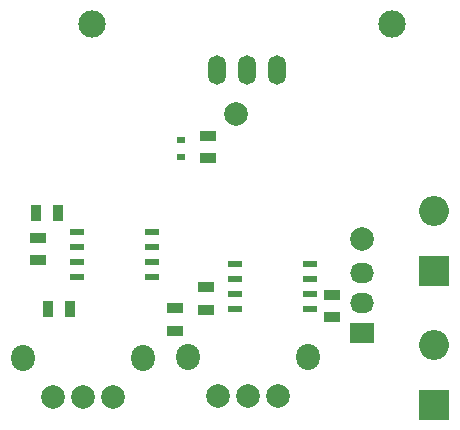
<source format=gbr>
G04 #@! TF.FileFunction,Soldermask,Top*
%FSLAX46Y46*%
G04 Gerber Fmt 4.6, Leading zero omitted, Abs format (unit mm)*
G04 Created by KiCad (PCBNEW 0.201502010101+5397~21~ubuntu14.04.1-product) date Tue 24 Feb 2015 10:52:37 PM EST*
%MOMM*%
G01*
G04 APERTURE LIST*
%ADD10C,0.100000*%
%ADD11R,0.700000X0.600000*%
%ADD12O,1.501140X2.499360*%
%ADD13R,0.889000X1.397000*%
%ADD14R,1.397000X0.889000*%
%ADD15C,1.998980*%
%ADD16R,1.143000X0.508000*%
%ADD17C,2.311400*%
%ADD18R,2.540000X2.540000*%
%ADD19O,2.540000X2.540000*%
%ADD20R,2.032000X1.727200*%
%ADD21O,2.032000X1.727200*%
%ADD22C,2.000000*%
%ADD23O,2.000000X2.200000*%
G04 APERTURE END LIST*
D10*
D11*
X121793000Y-58101000D03*
X121793000Y-59501000D03*
D12*
X127381000Y-52197000D03*
X124841000Y-52197000D03*
X129921000Y-52197000D03*
D13*
X111442500Y-64262000D03*
X109537500Y-64262000D03*
X112458500Y-72390000D03*
X110553500Y-72390000D03*
D14*
X109728000Y-68262500D03*
X109728000Y-66357500D03*
X134620000Y-73088500D03*
X134620000Y-71183500D03*
X123952000Y-70548500D03*
X123952000Y-72453500D03*
X121285000Y-72326500D03*
X121285000Y-74231500D03*
X124079000Y-57721500D03*
X124079000Y-59626500D03*
D15*
X126522699Y-55910699D03*
X137129301Y-66517301D03*
D16*
X119380000Y-65913000D03*
X119380000Y-67183000D03*
X119380000Y-68453000D03*
X119380000Y-69723000D03*
X113030000Y-69723000D03*
X113030000Y-68453000D03*
X113030000Y-67183000D03*
X113030000Y-65913000D03*
X132715000Y-68580000D03*
X132715000Y-69850000D03*
X132715000Y-71120000D03*
X132715000Y-72390000D03*
X126365000Y-72390000D03*
X126365000Y-71120000D03*
X126365000Y-69850000D03*
X126365000Y-68580000D03*
D17*
X114300000Y-48260000D03*
X139700000Y-48260000D03*
D18*
X143256000Y-80518000D03*
D19*
X143256000Y-75438000D03*
D18*
X143256000Y-69215000D03*
D19*
X143256000Y-64135000D03*
D20*
X137160000Y-74422000D03*
D21*
X137160000Y-71882000D03*
X137160000Y-69342000D03*
D22*
X116038000Y-79883000D03*
X113538000Y-79883000D03*
X111038000Y-79883000D03*
D23*
X118638000Y-76583000D03*
X108438000Y-76583000D03*
D22*
X130008000Y-79756000D03*
X127508000Y-79756000D03*
X125008000Y-79756000D03*
D23*
X132608000Y-76456000D03*
X122408000Y-76456000D03*
M02*

</source>
